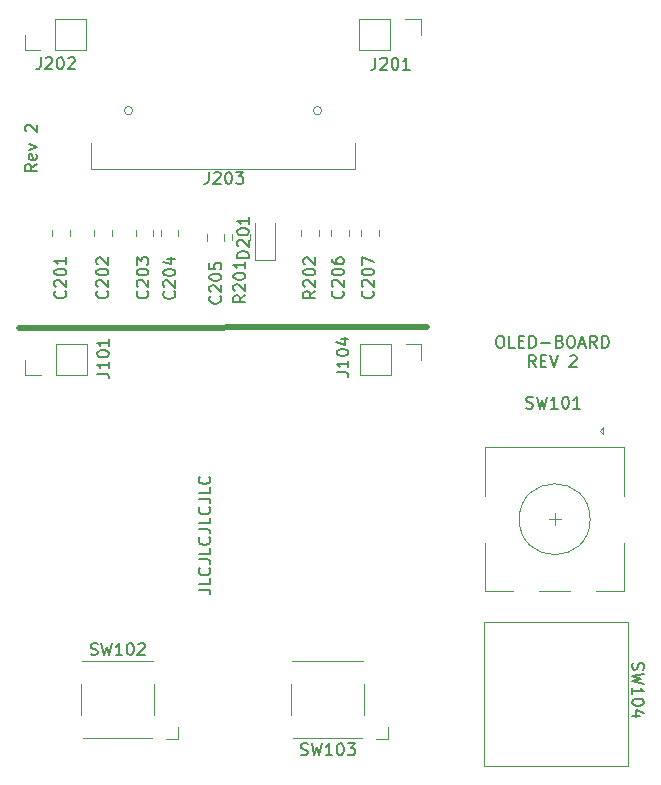
<source format=gbr>
%TF.GenerationSoftware,KiCad,Pcbnew,(5.1.9)-1*%
%TF.CreationDate,2021-02-22T21:34:01+01:00*%
%TF.ProjectId,Panel,50616e65-6c2e-46b6-9963-61645f706362,2*%
%TF.SameCoordinates,Original*%
%TF.FileFunction,Legend,Top*%
%TF.FilePolarity,Positive*%
%FSLAX46Y46*%
G04 Gerber Fmt 4.6, Leading zero omitted, Abs format (unit mm)*
G04 Created by KiCad (PCBNEW (5.1.9)-1) date 2021-02-22 21:34:01*
%MOMM*%
%LPD*%
G01*
G04 APERTURE LIST*
%ADD10C,0.500000*%
%ADD11C,0.150000*%
%ADD12C,0.120000*%
%ADD13C,0.100000*%
G04 APERTURE END LIST*
D10*
X76415900Y-83146900D02*
X110985300Y-83121500D01*
D11*
X77947780Y-69289442D02*
X77471590Y-69622776D01*
X77947780Y-69860871D02*
X76947780Y-69860871D01*
X76947780Y-69479919D01*
X76995400Y-69384680D01*
X77043019Y-69337061D01*
X77138257Y-69289442D01*
X77281114Y-69289442D01*
X77376352Y-69337061D01*
X77423971Y-69384680D01*
X77471590Y-69479919D01*
X77471590Y-69860871D01*
X77900161Y-68479919D02*
X77947780Y-68575157D01*
X77947780Y-68765633D01*
X77900161Y-68860871D01*
X77804923Y-68908490D01*
X77423971Y-68908490D01*
X77328733Y-68860871D01*
X77281114Y-68765633D01*
X77281114Y-68575157D01*
X77328733Y-68479919D01*
X77423971Y-68432300D01*
X77519209Y-68432300D01*
X77614447Y-68908490D01*
X77281114Y-68098966D02*
X77947780Y-67860871D01*
X77281114Y-67622776D01*
X77043019Y-66527538D02*
X76995400Y-66479919D01*
X76947780Y-66384680D01*
X76947780Y-66146585D01*
X76995400Y-66051347D01*
X77043019Y-66003728D01*
X77138257Y-65956109D01*
X77233495Y-65956109D01*
X77376352Y-66003728D01*
X77947780Y-66575157D01*
X77947780Y-65956109D01*
X117091390Y-83831680D02*
X117281866Y-83831680D01*
X117377104Y-83879300D01*
X117472342Y-83974538D01*
X117519961Y-84165014D01*
X117519961Y-84498347D01*
X117472342Y-84688823D01*
X117377104Y-84784061D01*
X117281866Y-84831680D01*
X117091390Y-84831680D01*
X116996152Y-84784061D01*
X116900914Y-84688823D01*
X116853295Y-84498347D01*
X116853295Y-84165014D01*
X116900914Y-83974538D01*
X116996152Y-83879300D01*
X117091390Y-83831680D01*
X118424723Y-84831680D02*
X117948533Y-84831680D01*
X117948533Y-83831680D01*
X118758057Y-84307871D02*
X119091390Y-84307871D01*
X119234247Y-84831680D02*
X118758057Y-84831680D01*
X118758057Y-83831680D01*
X119234247Y-83831680D01*
X119662819Y-84831680D02*
X119662819Y-83831680D01*
X119900914Y-83831680D01*
X120043771Y-83879300D01*
X120139009Y-83974538D01*
X120186628Y-84069776D01*
X120234247Y-84260252D01*
X120234247Y-84403109D01*
X120186628Y-84593585D01*
X120139009Y-84688823D01*
X120043771Y-84784061D01*
X119900914Y-84831680D01*
X119662819Y-84831680D01*
X120662819Y-84450728D02*
X121424723Y-84450728D01*
X122234247Y-84307871D02*
X122377104Y-84355490D01*
X122424723Y-84403109D01*
X122472342Y-84498347D01*
X122472342Y-84641204D01*
X122424723Y-84736442D01*
X122377104Y-84784061D01*
X122281866Y-84831680D01*
X121900914Y-84831680D01*
X121900914Y-83831680D01*
X122234247Y-83831680D01*
X122329485Y-83879300D01*
X122377104Y-83926919D01*
X122424723Y-84022157D01*
X122424723Y-84117395D01*
X122377104Y-84212633D01*
X122329485Y-84260252D01*
X122234247Y-84307871D01*
X121900914Y-84307871D01*
X123091390Y-83831680D02*
X123281866Y-83831680D01*
X123377104Y-83879300D01*
X123472342Y-83974538D01*
X123519961Y-84165014D01*
X123519961Y-84498347D01*
X123472342Y-84688823D01*
X123377104Y-84784061D01*
X123281866Y-84831680D01*
X123091390Y-84831680D01*
X122996152Y-84784061D01*
X122900914Y-84688823D01*
X122853295Y-84498347D01*
X122853295Y-84165014D01*
X122900914Y-83974538D01*
X122996152Y-83879300D01*
X123091390Y-83831680D01*
X123900914Y-84545966D02*
X124377104Y-84545966D01*
X123805676Y-84831680D02*
X124139009Y-83831680D01*
X124472342Y-84831680D01*
X125377104Y-84831680D02*
X125043771Y-84355490D01*
X124805676Y-84831680D02*
X124805676Y-83831680D01*
X125186628Y-83831680D01*
X125281866Y-83879300D01*
X125329485Y-83926919D01*
X125377104Y-84022157D01*
X125377104Y-84165014D01*
X125329485Y-84260252D01*
X125281866Y-84307871D01*
X125186628Y-84355490D01*
X124805676Y-84355490D01*
X125805676Y-84831680D02*
X125805676Y-83831680D01*
X126043771Y-83831680D01*
X126186628Y-83879300D01*
X126281866Y-83974538D01*
X126329485Y-84069776D01*
X126377104Y-84260252D01*
X126377104Y-84403109D01*
X126329485Y-84593585D01*
X126281866Y-84688823D01*
X126186628Y-84784061D01*
X126043771Y-84831680D01*
X125805676Y-84831680D01*
X120186628Y-86481680D02*
X119853295Y-86005490D01*
X119615200Y-86481680D02*
X119615200Y-85481680D01*
X119996152Y-85481680D01*
X120091390Y-85529300D01*
X120139009Y-85576919D01*
X120186628Y-85672157D01*
X120186628Y-85815014D01*
X120139009Y-85910252D01*
X120091390Y-85957871D01*
X119996152Y-86005490D01*
X119615200Y-86005490D01*
X120615200Y-85957871D02*
X120948533Y-85957871D01*
X121091390Y-86481680D02*
X120615200Y-86481680D01*
X120615200Y-85481680D01*
X121091390Y-85481680D01*
X121377104Y-85481680D02*
X121710438Y-86481680D01*
X122043771Y-85481680D01*
X123091390Y-85576919D02*
X123139009Y-85529300D01*
X123234247Y-85481680D01*
X123472342Y-85481680D01*
X123567580Y-85529300D01*
X123615200Y-85576919D01*
X123662819Y-85672157D01*
X123662819Y-85767395D01*
X123615200Y-85910252D01*
X123043771Y-86481680D01*
X123662819Y-86481680D01*
X91654380Y-105330047D02*
X92368666Y-105330047D01*
X92511523Y-105377666D01*
X92606761Y-105472904D01*
X92654380Y-105615761D01*
X92654380Y-105711000D01*
X92654380Y-104377666D02*
X92654380Y-104853857D01*
X91654380Y-104853857D01*
X92559142Y-103472904D02*
X92606761Y-103520523D01*
X92654380Y-103663380D01*
X92654380Y-103758619D01*
X92606761Y-103901476D01*
X92511523Y-103996714D01*
X92416285Y-104044333D01*
X92225809Y-104091952D01*
X92082952Y-104091952D01*
X91892476Y-104044333D01*
X91797238Y-103996714D01*
X91702000Y-103901476D01*
X91654380Y-103758619D01*
X91654380Y-103663380D01*
X91702000Y-103520523D01*
X91749619Y-103472904D01*
X91654380Y-102758619D02*
X92368666Y-102758619D01*
X92511523Y-102806238D01*
X92606761Y-102901476D01*
X92654380Y-103044333D01*
X92654380Y-103139571D01*
X92654380Y-101806238D02*
X92654380Y-102282428D01*
X91654380Y-102282428D01*
X92559142Y-100901476D02*
X92606761Y-100949095D01*
X92654380Y-101091952D01*
X92654380Y-101187190D01*
X92606761Y-101330047D01*
X92511523Y-101425285D01*
X92416285Y-101472904D01*
X92225809Y-101520523D01*
X92082952Y-101520523D01*
X91892476Y-101472904D01*
X91797238Y-101425285D01*
X91702000Y-101330047D01*
X91654380Y-101187190D01*
X91654380Y-101091952D01*
X91702000Y-100949095D01*
X91749619Y-100901476D01*
X91654380Y-100187190D02*
X92368666Y-100187190D01*
X92511523Y-100234809D01*
X92606761Y-100330047D01*
X92654380Y-100472904D01*
X92654380Y-100568142D01*
X92654380Y-99234809D02*
X92654380Y-99711000D01*
X91654380Y-99711000D01*
X92559142Y-98330047D02*
X92606761Y-98377666D01*
X92654380Y-98520523D01*
X92654380Y-98615761D01*
X92606761Y-98758619D01*
X92511523Y-98853857D01*
X92416285Y-98901476D01*
X92225809Y-98949095D01*
X92082952Y-98949095D01*
X91892476Y-98901476D01*
X91797238Y-98853857D01*
X91702000Y-98758619D01*
X91654380Y-98615761D01*
X91654380Y-98520523D01*
X91702000Y-98377666D01*
X91749619Y-98330047D01*
X91654380Y-97615761D02*
X92368666Y-97615761D01*
X92511523Y-97663380D01*
X92606761Y-97758619D01*
X92654380Y-97901476D01*
X92654380Y-97996714D01*
X92654380Y-96663380D02*
X92654380Y-97139571D01*
X91654380Y-97139571D01*
X92559142Y-95758619D02*
X92606761Y-95806238D01*
X92654380Y-95949095D01*
X92654380Y-96044333D01*
X92606761Y-96187190D01*
X92511523Y-96282428D01*
X92416285Y-96330047D01*
X92225809Y-96377666D01*
X92082952Y-96377666D01*
X91892476Y-96330047D01*
X91797238Y-96282428D01*
X91702000Y-96187190D01*
X91654380Y-96044333D01*
X91654380Y-95949095D01*
X91702000Y-95806238D01*
X91749619Y-95758619D01*
D12*
%TO.C,SW104*%
X115773200Y-108026200D02*
X127965200Y-108026200D01*
X127965200Y-108026200D02*
X127965200Y-120218200D01*
X127965200Y-120218200D02*
X115773200Y-120218200D01*
X115773200Y-120218200D02*
X115773200Y-108026200D01*
%TO.C,D201*%
X96457400Y-77426900D02*
X98157400Y-77426900D01*
X98157400Y-77426900D02*
X98157400Y-74276900D01*
X96457400Y-77426900D02*
X96457400Y-74276900D01*
%TO.C,J104*%
X105299200Y-84522000D02*
X105299200Y-87182000D01*
X107899200Y-84522000D02*
X105299200Y-84522000D01*
X107899200Y-87182000D02*
X105299200Y-87182000D01*
X107899200Y-84522000D02*
X107899200Y-87182000D01*
X109169200Y-84522000D02*
X110499200Y-84522000D01*
X110499200Y-84522000D02*
X110499200Y-85852000D01*
%TO.C,J101*%
X82178200Y-87182000D02*
X82178200Y-84522000D01*
X79578200Y-87182000D02*
X82178200Y-87182000D01*
X79578200Y-84522000D02*
X82178200Y-84522000D01*
X79578200Y-87182000D02*
X79578200Y-84522000D01*
X78308200Y-87182000D02*
X76978200Y-87182000D01*
X76978200Y-87182000D02*
X76978200Y-85852000D01*
%TO.C,SW101*%
X121797440Y-98859100D02*
X121797440Y-99859100D01*
X122297440Y-99359100D02*
X121297440Y-99359100D01*
X118297440Y-105459100D02*
X115897440Y-105459100D01*
X123097440Y-105459100D02*
X120497440Y-105459100D01*
X127697440Y-105459100D02*
X125297440Y-105459100D01*
X125897440Y-92159100D02*
X125597440Y-91859100D01*
X125897440Y-91559100D02*
X125897440Y-92159100D01*
X125597440Y-91859100D02*
X125897440Y-91559100D01*
X127697440Y-93259100D02*
X115897440Y-93259100D01*
X127697440Y-97359100D02*
X127697440Y-93259100D01*
X115897440Y-97359100D02*
X115897440Y-93259100D01*
X115897440Y-105459100D02*
X115897440Y-101359100D01*
X127697440Y-101359100D02*
X127697440Y-105459100D01*
X124797440Y-99359100D02*
G75*
G03*
X124797440Y-99359100I-3000000J0D01*
G01*
%TO.C,SW103*%
X99681200Y-117892900D02*
X105481200Y-117892900D01*
X99581200Y-111392900D02*
X105581200Y-111392900D01*
X99481200Y-115942900D02*
X99481200Y-113342900D01*
X105681200Y-115942900D02*
X105681200Y-113342900D01*
X107681200Y-116942900D02*
X107681200Y-117942900D01*
X107681200Y-117942900D02*
X106681200Y-117942900D01*
%TO.C,SW102*%
X81897900Y-117892900D02*
X87697900Y-117892900D01*
X81797900Y-111392900D02*
X87797900Y-111392900D01*
X81697900Y-115942900D02*
X81697900Y-113342900D01*
X87897900Y-115942900D02*
X87897900Y-113342900D01*
X89897900Y-116942900D02*
X89897900Y-117942900D01*
X89897900Y-117942900D02*
X88897900Y-117942900D01*
%TO.C,C207*%
X106881600Y-74859248D02*
X106881600Y-75381752D01*
X105411600Y-74859248D02*
X105411600Y-75381752D01*
%TO.C,J201*%
X105248400Y-57001100D02*
X105248400Y-59661100D01*
X107848400Y-57001100D02*
X105248400Y-57001100D01*
X107848400Y-59661100D02*
X105248400Y-59661100D01*
X107848400Y-57001100D02*
X107848400Y-59661100D01*
X109118400Y-57001100D02*
X110448400Y-57001100D01*
X110448400Y-57001100D02*
X110448400Y-58331100D01*
%TO.C,C205*%
X93826000Y-75240248D02*
X93826000Y-75762752D01*
X92356000Y-75240248D02*
X92356000Y-75762752D01*
%TO.C,R202*%
X100331600Y-75347564D02*
X100331600Y-74893436D01*
X101801600Y-75347564D02*
X101801600Y-74893436D01*
%TO.C,C204*%
X89914400Y-74859248D02*
X89914400Y-75381752D01*
X88444400Y-74859248D02*
X88444400Y-75381752D01*
%TO.C,J202*%
X82127400Y-59661100D02*
X82127400Y-57001100D01*
X79527400Y-59661100D02*
X82127400Y-59661100D01*
X79527400Y-57001100D02*
X82127400Y-57001100D01*
X79527400Y-59661100D02*
X79527400Y-57001100D01*
X78257400Y-59661100D02*
X76927400Y-59661100D01*
X76927400Y-59661100D02*
X76927400Y-58331100D01*
%TO.C,C206*%
X104341600Y-74859248D02*
X104341600Y-75381752D01*
X102871600Y-74859248D02*
X102871600Y-75381752D01*
%TO.C,C202*%
X84275600Y-74859248D02*
X84275600Y-75381752D01*
X82805600Y-74859248D02*
X82805600Y-75381752D01*
%TO.C,J203*%
X82570400Y-67523100D02*
X82570400Y-69673100D01*
X82570400Y-69673100D02*
X104870400Y-69673100D01*
X104870400Y-69673100D02*
X104870400Y-67523100D01*
D13*
X86070400Y-64773100D02*
G75*
G03*
X86070400Y-64773100I-350000J0D01*
G01*
X102070400Y-64773100D02*
G75*
G03*
X102070400Y-64773100I-350000J0D01*
G01*
D12*
%TO.C,R201*%
X94489600Y-75703164D02*
X94489600Y-75249036D01*
X95959600Y-75703164D02*
X95959600Y-75249036D01*
%TO.C,C203*%
X87806200Y-74859248D02*
X87806200Y-75381752D01*
X86336200Y-74859248D02*
X86336200Y-75381752D01*
%TO.C,C201*%
X80719600Y-74859248D02*
X80719600Y-75381752D01*
X79249600Y-74859248D02*
X79249600Y-75381752D01*
%TO.C,SW104*%
D11*
X128398638Y-111518985D02*
X128351019Y-111661842D01*
X128351019Y-111899938D01*
X128398638Y-111995176D01*
X128446257Y-112042795D01*
X128541495Y-112090414D01*
X128636733Y-112090414D01*
X128731971Y-112042795D01*
X128779590Y-111995176D01*
X128827209Y-111899938D01*
X128874828Y-111709461D01*
X128922447Y-111614223D01*
X128970066Y-111566604D01*
X129065304Y-111518985D01*
X129160542Y-111518985D01*
X129255780Y-111566604D01*
X129303400Y-111614223D01*
X129351019Y-111709461D01*
X129351019Y-111947557D01*
X129303400Y-112090414D01*
X129351019Y-112423747D02*
X128351019Y-112661842D01*
X129065304Y-112852319D01*
X128351019Y-113042795D01*
X129351019Y-113280890D01*
X128351019Y-114185652D02*
X128351019Y-113614223D01*
X128351019Y-113899938D02*
X129351019Y-113899938D01*
X129208161Y-113804700D01*
X129112923Y-113709461D01*
X129065304Y-113614223D01*
X129351019Y-114804700D02*
X129351019Y-114899938D01*
X129303400Y-114995176D01*
X129255780Y-115042795D01*
X129160542Y-115090414D01*
X128970066Y-115138033D01*
X128731971Y-115138033D01*
X128541495Y-115090414D01*
X128446257Y-115042795D01*
X128398638Y-114995176D01*
X128351019Y-114899938D01*
X128351019Y-114804700D01*
X128398638Y-114709461D01*
X128446257Y-114661842D01*
X128541495Y-114614223D01*
X128731971Y-114566604D01*
X128970066Y-114566604D01*
X129160542Y-114614223D01*
X129255780Y-114661842D01*
X129303400Y-114709461D01*
X129351019Y-114804700D01*
X129017685Y-115995176D02*
X128351019Y-115995176D01*
X129398638Y-115757080D02*
X128684352Y-115518985D01*
X128684352Y-116138033D01*
%TO.C,D201*%
X95909780Y-77217376D02*
X94909780Y-77217376D01*
X94909780Y-76979280D01*
X94957400Y-76836423D01*
X95052638Y-76741185D01*
X95147876Y-76693566D01*
X95338352Y-76645947D01*
X95481209Y-76645947D01*
X95671685Y-76693566D01*
X95766923Y-76741185D01*
X95862161Y-76836423D01*
X95909780Y-76979280D01*
X95909780Y-77217376D01*
X95005019Y-76264995D02*
X94957400Y-76217376D01*
X94909780Y-76122138D01*
X94909780Y-75884042D01*
X94957400Y-75788804D01*
X95005019Y-75741185D01*
X95100257Y-75693566D01*
X95195495Y-75693566D01*
X95338352Y-75741185D01*
X95909780Y-76312614D01*
X95909780Y-75693566D01*
X94909780Y-75074519D02*
X94909780Y-74979280D01*
X94957400Y-74884042D01*
X95005019Y-74836423D01*
X95100257Y-74788804D01*
X95290733Y-74741185D01*
X95528828Y-74741185D01*
X95719304Y-74788804D01*
X95814542Y-74836423D01*
X95862161Y-74884042D01*
X95909780Y-74979280D01*
X95909780Y-75074519D01*
X95862161Y-75169757D01*
X95814542Y-75217376D01*
X95719304Y-75264995D01*
X95528828Y-75312614D01*
X95290733Y-75312614D01*
X95100257Y-75264995D01*
X95005019Y-75217376D01*
X94957400Y-75169757D01*
X94909780Y-75074519D01*
X95909780Y-73788804D02*
X95909780Y-74360233D01*
X95909780Y-74074519D02*
X94909780Y-74074519D01*
X95052638Y-74169757D01*
X95147876Y-74264995D01*
X95195495Y-74360233D01*
%TO.C,J104*%
X103338380Y-86921814D02*
X104052666Y-86921814D01*
X104195523Y-86969433D01*
X104290761Y-87064671D01*
X104338380Y-87207528D01*
X104338380Y-87302766D01*
X104338380Y-85921814D02*
X104338380Y-86493242D01*
X104338380Y-86207528D02*
X103338380Y-86207528D01*
X103481238Y-86302766D01*
X103576476Y-86398004D01*
X103624095Y-86493242D01*
X103338380Y-85302766D02*
X103338380Y-85207528D01*
X103386000Y-85112290D01*
X103433619Y-85064671D01*
X103528857Y-85017052D01*
X103719333Y-84969433D01*
X103957428Y-84969433D01*
X104147904Y-85017052D01*
X104243142Y-85064671D01*
X104290761Y-85112290D01*
X104338380Y-85207528D01*
X104338380Y-85302766D01*
X104290761Y-85398004D01*
X104243142Y-85445623D01*
X104147904Y-85493242D01*
X103957428Y-85540861D01*
X103719333Y-85540861D01*
X103528857Y-85493242D01*
X103433619Y-85445623D01*
X103386000Y-85398004D01*
X103338380Y-85302766D01*
X103671714Y-84112290D02*
X104338380Y-84112290D01*
X103290761Y-84350385D02*
X104005047Y-84588480D01*
X104005047Y-83969433D01*
%TO.C,J101*%
X83043780Y-87023414D02*
X83758066Y-87023414D01*
X83900923Y-87071033D01*
X83996161Y-87166271D01*
X84043780Y-87309128D01*
X84043780Y-87404366D01*
X84043780Y-86023414D02*
X84043780Y-86594842D01*
X84043780Y-86309128D02*
X83043780Y-86309128D01*
X83186638Y-86404366D01*
X83281876Y-86499604D01*
X83329495Y-86594842D01*
X83043780Y-85404366D02*
X83043780Y-85309128D01*
X83091400Y-85213890D01*
X83139019Y-85166271D01*
X83234257Y-85118652D01*
X83424733Y-85071033D01*
X83662828Y-85071033D01*
X83853304Y-85118652D01*
X83948542Y-85166271D01*
X83996161Y-85213890D01*
X84043780Y-85309128D01*
X84043780Y-85404366D01*
X83996161Y-85499604D01*
X83948542Y-85547223D01*
X83853304Y-85594842D01*
X83662828Y-85642461D01*
X83424733Y-85642461D01*
X83234257Y-85594842D01*
X83139019Y-85547223D01*
X83091400Y-85499604D01*
X83043780Y-85404366D01*
X84043780Y-84118652D02*
X84043780Y-84690080D01*
X84043780Y-84404366D02*
X83043780Y-84404366D01*
X83186638Y-84499604D01*
X83281876Y-84594842D01*
X83329495Y-84690080D01*
%TO.C,SW101*%
X119367585Y-89939761D02*
X119510442Y-89987380D01*
X119748538Y-89987380D01*
X119843776Y-89939761D01*
X119891395Y-89892142D01*
X119939014Y-89796904D01*
X119939014Y-89701666D01*
X119891395Y-89606428D01*
X119843776Y-89558809D01*
X119748538Y-89511190D01*
X119558061Y-89463571D01*
X119462823Y-89415952D01*
X119415204Y-89368333D01*
X119367585Y-89273095D01*
X119367585Y-89177857D01*
X119415204Y-89082619D01*
X119462823Y-89035000D01*
X119558061Y-88987380D01*
X119796157Y-88987380D01*
X119939014Y-89035000D01*
X120272347Y-88987380D02*
X120510442Y-89987380D01*
X120700919Y-89273095D01*
X120891395Y-89987380D01*
X121129490Y-88987380D01*
X122034252Y-89987380D02*
X121462823Y-89987380D01*
X121748538Y-89987380D02*
X121748538Y-88987380D01*
X121653300Y-89130238D01*
X121558061Y-89225476D01*
X121462823Y-89273095D01*
X122653300Y-88987380D02*
X122748538Y-88987380D01*
X122843776Y-89035000D01*
X122891395Y-89082619D01*
X122939014Y-89177857D01*
X122986633Y-89368333D01*
X122986633Y-89606428D01*
X122939014Y-89796904D01*
X122891395Y-89892142D01*
X122843776Y-89939761D01*
X122748538Y-89987380D01*
X122653300Y-89987380D01*
X122558061Y-89939761D01*
X122510442Y-89892142D01*
X122462823Y-89796904D01*
X122415204Y-89606428D01*
X122415204Y-89368333D01*
X122462823Y-89177857D01*
X122510442Y-89082619D01*
X122558061Y-89035000D01*
X122653300Y-88987380D01*
X123939014Y-89987380D02*
X123367585Y-89987380D01*
X123653300Y-89987380D02*
X123653300Y-88987380D01*
X123558061Y-89130238D01*
X123462823Y-89225476D01*
X123367585Y-89273095D01*
%TO.C,SW103*%
X100304885Y-119286921D02*
X100447742Y-119334540D01*
X100685838Y-119334540D01*
X100781076Y-119286921D01*
X100828695Y-119239302D01*
X100876314Y-119144064D01*
X100876314Y-119048826D01*
X100828695Y-118953588D01*
X100781076Y-118905969D01*
X100685838Y-118858350D01*
X100495361Y-118810731D01*
X100400123Y-118763112D01*
X100352504Y-118715493D01*
X100304885Y-118620255D01*
X100304885Y-118525017D01*
X100352504Y-118429779D01*
X100400123Y-118382160D01*
X100495361Y-118334540D01*
X100733457Y-118334540D01*
X100876314Y-118382160D01*
X101209647Y-118334540D02*
X101447742Y-119334540D01*
X101638219Y-118620255D01*
X101828695Y-119334540D01*
X102066790Y-118334540D01*
X102971552Y-119334540D02*
X102400123Y-119334540D01*
X102685838Y-119334540D02*
X102685838Y-118334540D01*
X102590600Y-118477398D01*
X102495361Y-118572636D01*
X102400123Y-118620255D01*
X103590600Y-118334540D02*
X103685838Y-118334540D01*
X103781076Y-118382160D01*
X103828695Y-118429779D01*
X103876314Y-118525017D01*
X103923933Y-118715493D01*
X103923933Y-118953588D01*
X103876314Y-119144064D01*
X103828695Y-119239302D01*
X103781076Y-119286921D01*
X103685838Y-119334540D01*
X103590600Y-119334540D01*
X103495361Y-119286921D01*
X103447742Y-119239302D01*
X103400123Y-119144064D01*
X103352504Y-118953588D01*
X103352504Y-118715493D01*
X103400123Y-118525017D01*
X103447742Y-118429779D01*
X103495361Y-118382160D01*
X103590600Y-118334540D01*
X104257266Y-118334540D02*
X104876314Y-118334540D01*
X104542980Y-118715493D01*
X104685838Y-118715493D01*
X104781076Y-118763112D01*
X104828695Y-118810731D01*
X104876314Y-118905969D01*
X104876314Y-119144064D01*
X104828695Y-119239302D01*
X104781076Y-119286921D01*
X104685838Y-119334540D01*
X104400123Y-119334540D01*
X104304885Y-119286921D01*
X104257266Y-119239302D01*
%TO.C,SW102*%
X82519805Y-110805861D02*
X82662662Y-110853480D01*
X82900758Y-110853480D01*
X82995996Y-110805861D01*
X83043615Y-110758242D01*
X83091234Y-110663004D01*
X83091234Y-110567766D01*
X83043615Y-110472528D01*
X82995996Y-110424909D01*
X82900758Y-110377290D01*
X82710281Y-110329671D01*
X82615043Y-110282052D01*
X82567424Y-110234433D01*
X82519805Y-110139195D01*
X82519805Y-110043957D01*
X82567424Y-109948719D01*
X82615043Y-109901100D01*
X82710281Y-109853480D01*
X82948377Y-109853480D01*
X83091234Y-109901100D01*
X83424567Y-109853480D02*
X83662662Y-110853480D01*
X83853139Y-110139195D01*
X84043615Y-110853480D01*
X84281710Y-109853480D01*
X85186472Y-110853480D02*
X84615043Y-110853480D01*
X84900758Y-110853480D02*
X84900758Y-109853480D01*
X84805520Y-109996338D01*
X84710281Y-110091576D01*
X84615043Y-110139195D01*
X85805520Y-109853480D02*
X85900758Y-109853480D01*
X85995996Y-109901100D01*
X86043615Y-109948719D01*
X86091234Y-110043957D01*
X86138853Y-110234433D01*
X86138853Y-110472528D01*
X86091234Y-110663004D01*
X86043615Y-110758242D01*
X85995996Y-110805861D01*
X85900758Y-110853480D01*
X85805520Y-110853480D01*
X85710281Y-110805861D01*
X85662662Y-110758242D01*
X85615043Y-110663004D01*
X85567424Y-110472528D01*
X85567424Y-110234433D01*
X85615043Y-110043957D01*
X85662662Y-109948719D01*
X85710281Y-109901100D01*
X85805520Y-109853480D01*
X86519805Y-109948719D02*
X86567424Y-109901100D01*
X86662662Y-109853480D01*
X86900758Y-109853480D01*
X86995996Y-109901100D01*
X87043615Y-109948719D01*
X87091234Y-110043957D01*
X87091234Y-110139195D01*
X87043615Y-110282052D01*
X86472186Y-110853480D01*
X87091234Y-110853480D01*
%TO.C,C207*%
X106376742Y-80049547D02*
X106424361Y-80097166D01*
X106471980Y-80240023D01*
X106471980Y-80335261D01*
X106424361Y-80478119D01*
X106329123Y-80573357D01*
X106233885Y-80620976D01*
X106043409Y-80668595D01*
X105900552Y-80668595D01*
X105710076Y-80620976D01*
X105614838Y-80573357D01*
X105519600Y-80478119D01*
X105471980Y-80335261D01*
X105471980Y-80240023D01*
X105519600Y-80097166D01*
X105567219Y-80049547D01*
X105567219Y-79668595D02*
X105519600Y-79620976D01*
X105471980Y-79525738D01*
X105471980Y-79287642D01*
X105519600Y-79192404D01*
X105567219Y-79144785D01*
X105662457Y-79097166D01*
X105757695Y-79097166D01*
X105900552Y-79144785D01*
X106471980Y-79716214D01*
X106471980Y-79097166D01*
X105471980Y-78478119D02*
X105471980Y-78382880D01*
X105519600Y-78287642D01*
X105567219Y-78240023D01*
X105662457Y-78192404D01*
X105852933Y-78144785D01*
X106091028Y-78144785D01*
X106281504Y-78192404D01*
X106376742Y-78240023D01*
X106424361Y-78287642D01*
X106471980Y-78382880D01*
X106471980Y-78478119D01*
X106424361Y-78573357D01*
X106376742Y-78620976D01*
X106281504Y-78668595D01*
X106091028Y-78716214D01*
X105852933Y-78716214D01*
X105662457Y-78668595D01*
X105567219Y-78620976D01*
X105519600Y-78573357D01*
X105471980Y-78478119D01*
X105471980Y-77811452D02*
X105471980Y-77144785D01*
X106471980Y-77573357D01*
%TO.C,J201*%
X106613485Y-60285380D02*
X106613485Y-60999666D01*
X106565866Y-61142523D01*
X106470628Y-61237761D01*
X106327771Y-61285380D01*
X106232533Y-61285380D01*
X107042057Y-60380619D02*
X107089676Y-60333000D01*
X107184914Y-60285380D01*
X107423009Y-60285380D01*
X107518247Y-60333000D01*
X107565866Y-60380619D01*
X107613485Y-60475857D01*
X107613485Y-60571095D01*
X107565866Y-60713952D01*
X106994438Y-61285380D01*
X107613485Y-61285380D01*
X108232533Y-60285380D02*
X108327771Y-60285380D01*
X108423009Y-60333000D01*
X108470628Y-60380619D01*
X108518247Y-60475857D01*
X108565866Y-60666333D01*
X108565866Y-60904428D01*
X108518247Y-61094904D01*
X108470628Y-61190142D01*
X108423009Y-61237761D01*
X108327771Y-61285380D01*
X108232533Y-61285380D01*
X108137295Y-61237761D01*
X108089676Y-61190142D01*
X108042057Y-61094904D01*
X107994438Y-60904428D01*
X107994438Y-60666333D01*
X108042057Y-60475857D01*
X108089676Y-60380619D01*
X108137295Y-60333000D01*
X108232533Y-60285380D01*
X109518247Y-61285380D02*
X108946819Y-61285380D01*
X109232533Y-61285380D02*
X109232533Y-60285380D01*
X109137295Y-60428238D01*
X109042057Y-60523476D01*
X108946819Y-60571095D01*
%TO.C,C205*%
X93473542Y-80481347D02*
X93521161Y-80528966D01*
X93568780Y-80671823D01*
X93568780Y-80767061D01*
X93521161Y-80909919D01*
X93425923Y-81005157D01*
X93330685Y-81052776D01*
X93140209Y-81100395D01*
X92997352Y-81100395D01*
X92806876Y-81052776D01*
X92711638Y-81005157D01*
X92616400Y-80909919D01*
X92568780Y-80767061D01*
X92568780Y-80671823D01*
X92616400Y-80528966D01*
X92664019Y-80481347D01*
X92664019Y-80100395D02*
X92616400Y-80052776D01*
X92568780Y-79957538D01*
X92568780Y-79719442D01*
X92616400Y-79624204D01*
X92664019Y-79576585D01*
X92759257Y-79528966D01*
X92854495Y-79528966D01*
X92997352Y-79576585D01*
X93568780Y-80148014D01*
X93568780Y-79528966D01*
X92568780Y-78909919D02*
X92568780Y-78814680D01*
X92616400Y-78719442D01*
X92664019Y-78671823D01*
X92759257Y-78624204D01*
X92949733Y-78576585D01*
X93187828Y-78576585D01*
X93378304Y-78624204D01*
X93473542Y-78671823D01*
X93521161Y-78719442D01*
X93568780Y-78814680D01*
X93568780Y-78909919D01*
X93521161Y-79005157D01*
X93473542Y-79052776D01*
X93378304Y-79100395D01*
X93187828Y-79148014D01*
X92949733Y-79148014D01*
X92759257Y-79100395D01*
X92664019Y-79052776D01*
X92616400Y-79005157D01*
X92568780Y-78909919D01*
X92568780Y-77671823D02*
X92568780Y-78148014D01*
X93044971Y-78195633D01*
X92997352Y-78148014D01*
X92949733Y-78052776D01*
X92949733Y-77814680D01*
X92997352Y-77719442D01*
X93044971Y-77671823D01*
X93140209Y-77624204D01*
X93378304Y-77624204D01*
X93473542Y-77671823D01*
X93521161Y-77719442D01*
X93568780Y-77814680D01*
X93568780Y-78052776D01*
X93521161Y-78148014D01*
X93473542Y-78195633D01*
%TO.C,R202*%
X101518980Y-80049547D02*
X101042790Y-80382880D01*
X101518980Y-80620976D02*
X100518980Y-80620976D01*
X100518980Y-80240023D01*
X100566600Y-80144785D01*
X100614219Y-80097166D01*
X100709457Y-80049547D01*
X100852314Y-80049547D01*
X100947552Y-80097166D01*
X100995171Y-80144785D01*
X101042790Y-80240023D01*
X101042790Y-80620976D01*
X100614219Y-79668595D02*
X100566600Y-79620976D01*
X100518980Y-79525738D01*
X100518980Y-79287642D01*
X100566600Y-79192404D01*
X100614219Y-79144785D01*
X100709457Y-79097166D01*
X100804695Y-79097166D01*
X100947552Y-79144785D01*
X101518980Y-79716214D01*
X101518980Y-79097166D01*
X100518980Y-78478119D02*
X100518980Y-78382880D01*
X100566600Y-78287642D01*
X100614219Y-78240023D01*
X100709457Y-78192404D01*
X100899933Y-78144785D01*
X101138028Y-78144785D01*
X101328504Y-78192404D01*
X101423742Y-78240023D01*
X101471361Y-78287642D01*
X101518980Y-78382880D01*
X101518980Y-78478119D01*
X101471361Y-78573357D01*
X101423742Y-78620976D01*
X101328504Y-78668595D01*
X101138028Y-78716214D01*
X100899933Y-78716214D01*
X100709457Y-78668595D01*
X100614219Y-78620976D01*
X100566600Y-78573357D01*
X100518980Y-78478119D01*
X100614219Y-77763833D02*
X100566600Y-77716214D01*
X100518980Y-77620976D01*
X100518980Y-77382880D01*
X100566600Y-77287642D01*
X100614219Y-77240023D01*
X100709457Y-77192404D01*
X100804695Y-77192404D01*
X100947552Y-77240023D01*
X101518980Y-77811452D01*
X101518980Y-77192404D01*
%TO.C,C204*%
X89561942Y-80074947D02*
X89609561Y-80122566D01*
X89657180Y-80265423D01*
X89657180Y-80360661D01*
X89609561Y-80503519D01*
X89514323Y-80598757D01*
X89419085Y-80646376D01*
X89228609Y-80693995D01*
X89085752Y-80693995D01*
X88895276Y-80646376D01*
X88800038Y-80598757D01*
X88704800Y-80503519D01*
X88657180Y-80360661D01*
X88657180Y-80265423D01*
X88704800Y-80122566D01*
X88752419Y-80074947D01*
X88752419Y-79693995D02*
X88704800Y-79646376D01*
X88657180Y-79551138D01*
X88657180Y-79313042D01*
X88704800Y-79217804D01*
X88752419Y-79170185D01*
X88847657Y-79122566D01*
X88942895Y-79122566D01*
X89085752Y-79170185D01*
X89657180Y-79741614D01*
X89657180Y-79122566D01*
X88657180Y-78503519D02*
X88657180Y-78408280D01*
X88704800Y-78313042D01*
X88752419Y-78265423D01*
X88847657Y-78217804D01*
X89038133Y-78170185D01*
X89276228Y-78170185D01*
X89466704Y-78217804D01*
X89561942Y-78265423D01*
X89609561Y-78313042D01*
X89657180Y-78408280D01*
X89657180Y-78503519D01*
X89609561Y-78598757D01*
X89561942Y-78646376D01*
X89466704Y-78693995D01*
X89276228Y-78741614D01*
X89038133Y-78741614D01*
X88847657Y-78693995D01*
X88752419Y-78646376D01*
X88704800Y-78598757D01*
X88657180Y-78503519D01*
X88990514Y-77313042D02*
X89657180Y-77313042D01*
X88609561Y-77551138D02*
X89323847Y-77789233D01*
X89323847Y-77170185D01*
%TO.C,J202*%
X78267085Y-60247280D02*
X78267085Y-60961566D01*
X78219466Y-61104423D01*
X78124228Y-61199661D01*
X77981371Y-61247280D01*
X77886133Y-61247280D01*
X78695657Y-60342519D02*
X78743276Y-60294900D01*
X78838514Y-60247280D01*
X79076609Y-60247280D01*
X79171847Y-60294900D01*
X79219466Y-60342519D01*
X79267085Y-60437757D01*
X79267085Y-60532995D01*
X79219466Y-60675852D01*
X78648038Y-61247280D01*
X79267085Y-61247280D01*
X79886133Y-60247280D02*
X79981371Y-60247280D01*
X80076609Y-60294900D01*
X80124228Y-60342519D01*
X80171847Y-60437757D01*
X80219466Y-60628233D01*
X80219466Y-60866328D01*
X80171847Y-61056804D01*
X80124228Y-61152042D01*
X80076609Y-61199661D01*
X79981371Y-61247280D01*
X79886133Y-61247280D01*
X79790895Y-61199661D01*
X79743276Y-61152042D01*
X79695657Y-61056804D01*
X79648038Y-60866328D01*
X79648038Y-60628233D01*
X79695657Y-60437757D01*
X79743276Y-60342519D01*
X79790895Y-60294900D01*
X79886133Y-60247280D01*
X80600419Y-60342519D02*
X80648038Y-60294900D01*
X80743276Y-60247280D01*
X80981371Y-60247280D01*
X81076609Y-60294900D01*
X81124228Y-60342519D01*
X81171847Y-60437757D01*
X81171847Y-60532995D01*
X81124228Y-60675852D01*
X80552800Y-61247280D01*
X81171847Y-61247280D01*
%TO.C,C206*%
X103836742Y-80049547D02*
X103884361Y-80097166D01*
X103931980Y-80240023D01*
X103931980Y-80335261D01*
X103884361Y-80478119D01*
X103789123Y-80573357D01*
X103693885Y-80620976D01*
X103503409Y-80668595D01*
X103360552Y-80668595D01*
X103170076Y-80620976D01*
X103074838Y-80573357D01*
X102979600Y-80478119D01*
X102931980Y-80335261D01*
X102931980Y-80240023D01*
X102979600Y-80097166D01*
X103027219Y-80049547D01*
X103027219Y-79668595D02*
X102979600Y-79620976D01*
X102931980Y-79525738D01*
X102931980Y-79287642D01*
X102979600Y-79192404D01*
X103027219Y-79144785D01*
X103122457Y-79097166D01*
X103217695Y-79097166D01*
X103360552Y-79144785D01*
X103931980Y-79716214D01*
X103931980Y-79097166D01*
X102931980Y-78478119D02*
X102931980Y-78382880D01*
X102979600Y-78287642D01*
X103027219Y-78240023D01*
X103122457Y-78192404D01*
X103312933Y-78144785D01*
X103551028Y-78144785D01*
X103741504Y-78192404D01*
X103836742Y-78240023D01*
X103884361Y-78287642D01*
X103931980Y-78382880D01*
X103931980Y-78478119D01*
X103884361Y-78573357D01*
X103836742Y-78620976D01*
X103741504Y-78668595D01*
X103551028Y-78716214D01*
X103312933Y-78716214D01*
X103122457Y-78668595D01*
X103027219Y-78620976D01*
X102979600Y-78573357D01*
X102931980Y-78478119D01*
X102931980Y-77287642D02*
X102931980Y-77478119D01*
X102979600Y-77573357D01*
X103027219Y-77620976D01*
X103170076Y-77716214D01*
X103360552Y-77763833D01*
X103741504Y-77763833D01*
X103836742Y-77716214D01*
X103884361Y-77668595D01*
X103931980Y-77573357D01*
X103931980Y-77382880D01*
X103884361Y-77287642D01*
X103836742Y-77240023D01*
X103741504Y-77192404D01*
X103503409Y-77192404D01*
X103408171Y-77240023D01*
X103360552Y-77287642D01*
X103312933Y-77382880D01*
X103312933Y-77573357D01*
X103360552Y-77668595D01*
X103408171Y-77716214D01*
X103503409Y-77763833D01*
%TO.C,C202*%
X83897742Y-80049547D02*
X83945361Y-80097166D01*
X83992980Y-80240023D01*
X83992980Y-80335261D01*
X83945361Y-80478119D01*
X83850123Y-80573357D01*
X83754885Y-80620976D01*
X83564409Y-80668595D01*
X83421552Y-80668595D01*
X83231076Y-80620976D01*
X83135838Y-80573357D01*
X83040600Y-80478119D01*
X82992980Y-80335261D01*
X82992980Y-80240023D01*
X83040600Y-80097166D01*
X83088219Y-80049547D01*
X83088219Y-79668595D02*
X83040600Y-79620976D01*
X82992980Y-79525738D01*
X82992980Y-79287642D01*
X83040600Y-79192404D01*
X83088219Y-79144785D01*
X83183457Y-79097166D01*
X83278695Y-79097166D01*
X83421552Y-79144785D01*
X83992980Y-79716214D01*
X83992980Y-79097166D01*
X82992980Y-78478119D02*
X82992980Y-78382880D01*
X83040600Y-78287642D01*
X83088219Y-78240023D01*
X83183457Y-78192404D01*
X83373933Y-78144785D01*
X83612028Y-78144785D01*
X83802504Y-78192404D01*
X83897742Y-78240023D01*
X83945361Y-78287642D01*
X83992980Y-78382880D01*
X83992980Y-78478119D01*
X83945361Y-78573357D01*
X83897742Y-78620976D01*
X83802504Y-78668595D01*
X83612028Y-78716214D01*
X83373933Y-78716214D01*
X83183457Y-78668595D01*
X83088219Y-78620976D01*
X83040600Y-78573357D01*
X82992980Y-78478119D01*
X83088219Y-77763833D02*
X83040600Y-77716214D01*
X82992980Y-77620976D01*
X82992980Y-77382880D01*
X83040600Y-77287642D01*
X83088219Y-77240023D01*
X83183457Y-77192404D01*
X83278695Y-77192404D01*
X83421552Y-77240023D01*
X83992980Y-77811452D01*
X83992980Y-77192404D01*
%TO.C,J203*%
X92516485Y-69956680D02*
X92516485Y-70670966D01*
X92468866Y-70813823D01*
X92373628Y-70909061D01*
X92230771Y-70956680D01*
X92135533Y-70956680D01*
X92945057Y-70051919D02*
X92992676Y-70004300D01*
X93087914Y-69956680D01*
X93326009Y-69956680D01*
X93421247Y-70004300D01*
X93468866Y-70051919D01*
X93516485Y-70147157D01*
X93516485Y-70242395D01*
X93468866Y-70385252D01*
X92897438Y-70956680D01*
X93516485Y-70956680D01*
X94135533Y-69956680D02*
X94230771Y-69956680D01*
X94326009Y-70004300D01*
X94373628Y-70051919D01*
X94421247Y-70147157D01*
X94468866Y-70337633D01*
X94468866Y-70575728D01*
X94421247Y-70766204D01*
X94373628Y-70861442D01*
X94326009Y-70909061D01*
X94230771Y-70956680D01*
X94135533Y-70956680D01*
X94040295Y-70909061D01*
X93992676Y-70861442D01*
X93945057Y-70766204D01*
X93897438Y-70575728D01*
X93897438Y-70337633D01*
X93945057Y-70147157D01*
X93992676Y-70051919D01*
X94040295Y-70004300D01*
X94135533Y-69956680D01*
X94802200Y-69956680D02*
X95421247Y-69956680D01*
X95087914Y-70337633D01*
X95230771Y-70337633D01*
X95326009Y-70385252D01*
X95373628Y-70432871D01*
X95421247Y-70528109D01*
X95421247Y-70766204D01*
X95373628Y-70861442D01*
X95326009Y-70909061D01*
X95230771Y-70956680D01*
X94945057Y-70956680D01*
X94849819Y-70909061D01*
X94802200Y-70861442D01*
%TO.C,R201*%
X95600780Y-80405147D02*
X95124590Y-80738480D01*
X95600780Y-80976576D02*
X94600780Y-80976576D01*
X94600780Y-80595623D01*
X94648400Y-80500385D01*
X94696019Y-80452766D01*
X94791257Y-80405147D01*
X94934114Y-80405147D01*
X95029352Y-80452766D01*
X95076971Y-80500385D01*
X95124590Y-80595623D01*
X95124590Y-80976576D01*
X94696019Y-80024195D02*
X94648400Y-79976576D01*
X94600780Y-79881338D01*
X94600780Y-79643242D01*
X94648400Y-79548004D01*
X94696019Y-79500385D01*
X94791257Y-79452766D01*
X94886495Y-79452766D01*
X95029352Y-79500385D01*
X95600780Y-80071814D01*
X95600780Y-79452766D01*
X94600780Y-78833719D02*
X94600780Y-78738480D01*
X94648400Y-78643242D01*
X94696019Y-78595623D01*
X94791257Y-78548004D01*
X94981733Y-78500385D01*
X95219828Y-78500385D01*
X95410304Y-78548004D01*
X95505542Y-78595623D01*
X95553161Y-78643242D01*
X95600780Y-78738480D01*
X95600780Y-78833719D01*
X95553161Y-78928957D01*
X95505542Y-78976576D01*
X95410304Y-79024195D01*
X95219828Y-79071814D01*
X94981733Y-79071814D01*
X94791257Y-79024195D01*
X94696019Y-78976576D01*
X94648400Y-78928957D01*
X94600780Y-78833719D01*
X95600780Y-77548004D02*
X95600780Y-78119433D01*
X95600780Y-77833719D02*
X94600780Y-77833719D01*
X94743638Y-77928957D01*
X94838876Y-78024195D01*
X94886495Y-78119433D01*
%TO.C,C203*%
X87301342Y-80049547D02*
X87348961Y-80097166D01*
X87396580Y-80240023D01*
X87396580Y-80335261D01*
X87348961Y-80478119D01*
X87253723Y-80573357D01*
X87158485Y-80620976D01*
X86968009Y-80668595D01*
X86825152Y-80668595D01*
X86634676Y-80620976D01*
X86539438Y-80573357D01*
X86444200Y-80478119D01*
X86396580Y-80335261D01*
X86396580Y-80240023D01*
X86444200Y-80097166D01*
X86491819Y-80049547D01*
X86491819Y-79668595D02*
X86444200Y-79620976D01*
X86396580Y-79525738D01*
X86396580Y-79287642D01*
X86444200Y-79192404D01*
X86491819Y-79144785D01*
X86587057Y-79097166D01*
X86682295Y-79097166D01*
X86825152Y-79144785D01*
X87396580Y-79716214D01*
X87396580Y-79097166D01*
X86396580Y-78478119D02*
X86396580Y-78382880D01*
X86444200Y-78287642D01*
X86491819Y-78240023D01*
X86587057Y-78192404D01*
X86777533Y-78144785D01*
X87015628Y-78144785D01*
X87206104Y-78192404D01*
X87301342Y-78240023D01*
X87348961Y-78287642D01*
X87396580Y-78382880D01*
X87396580Y-78478119D01*
X87348961Y-78573357D01*
X87301342Y-78620976D01*
X87206104Y-78668595D01*
X87015628Y-78716214D01*
X86777533Y-78716214D01*
X86587057Y-78668595D01*
X86491819Y-78620976D01*
X86444200Y-78573357D01*
X86396580Y-78478119D01*
X86396580Y-77811452D02*
X86396580Y-77192404D01*
X86777533Y-77525738D01*
X86777533Y-77382880D01*
X86825152Y-77287642D01*
X86872771Y-77240023D01*
X86968009Y-77192404D01*
X87206104Y-77192404D01*
X87301342Y-77240023D01*
X87348961Y-77287642D01*
X87396580Y-77382880D01*
X87396580Y-77668595D01*
X87348961Y-77763833D01*
X87301342Y-77811452D01*
%TO.C,C201*%
X80341742Y-80049547D02*
X80389361Y-80097166D01*
X80436980Y-80240023D01*
X80436980Y-80335261D01*
X80389361Y-80478119D01*
X80294123Y-80573357D01*
X80198885Y-80620976D01*
X80008409Y-80668595D01*
X79865552Y-80668595D01*
X79675076Y-80620976D01*
X79579838Y-80573357D01*
X79484600Y-80478119D01*
X79436980Y-80335261D01*
X79436980Y-80240023D01*
X79484600Y-80097166D01*
X79532219Y-80049547D01*
X79532219Y-79668595D02*
X79484600Y-79620976D01*
X79436980Y-79525738D01*
X79436980Y-79287642D01*
X79484600Y-79192404D01*
X79532219Y-79144785D01*
X79627457Y-79097166D01*
X79722695Y-79097166D01*
X79865552Y-79144785D01*
X80436980Y-79716214D01*
X80436980Y-79097166D01*
X79436980Y-78478119D02*
X79436980Y-78382880D01*
X79484600Y-78287642D01*
X79532219Y-78240023D01*
X79627457Y-78192404D01*
X79817933Y-78144785D01*
X80056028Y-78144785D01*
X80246504Y-78192404D01*
X80341742Y-78240023D01*
X80389361Y-78287642D01*
X80436980Y-78382880D01*
X80436980Y-78478119D01*
X80389361Y-78573357D01*
X80341742Y-78620976D01*
X80246504Y-78668595D01*
X80056028Y-78716214D01*
X79817933Y-78716214D01*
X79627457Y-78668595D01*
X79532219Y-78620976D01*
X79484600Y-78573357D01*
X79436980Y-78478119D01*
X80436980Y-77192404D02*
X80436980Y-77763833D01*
X80436980Y-77478119D02*
X79436980Y-77478119D01*
X79579838Y-77573357D01*
X79675076Y-77668595D01*
X79722695Y-77763833D01*
%TD*%
M02*

</source>
